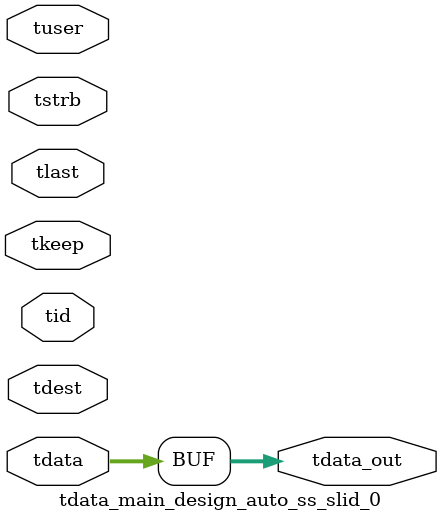
<source format=v>


`timescale 1ps/1ps

module tdata_main_design_auto_ss_slid_0 #
(
parameter C_S_AXIS_TDATA_WIDTH = 32,
parameter C_S_AXIS_TUSER_WIDTH = 0,
parameter C_S_AXIS_TID_WIDTH   = 0,
parameter C_S_AXIS_TDEST_WIDTH = 0,
parameter C_M_AXIS_TDATA_WIDTH = 32
)
(
input  [(C_S_AXIS_TDATA_WIDTH == 0 ? 1 : C_S_AXIS_TDATA_WIDTH)-1:0     ] tdata,
input  [(C_S_AXIS_TUSER_WIDTH == 0 ? 1 : C_S_AXIS_TUSER_WIDTH)-1:0     ] tuser,
input  [(C_S_AXIS_TID_WIDTH   == 0 ? 1 : C_S_AXIS_TID_WIDTH)-1:0       ] tid,
input  [(C_S_AXIS_TDEST_WIDTH == 0 ? 1 : C_S_AXIS_TDEST_WIDTH)-1:0     ] tdest,
input  [(C_S_AXIS_TDATA_WIDTH/8)-1:0 ] tkeep,
input  [(C_S_AXIS_TDATA_WIDTH/8)-1:0 ] tstrb,
input                                                                    tlast,
output [C_M_AXIS_TDATA_WIDTH-1:0] tdata_out
);

assign tdata_out = {tdata[31:0]};

endmodule


</source>
